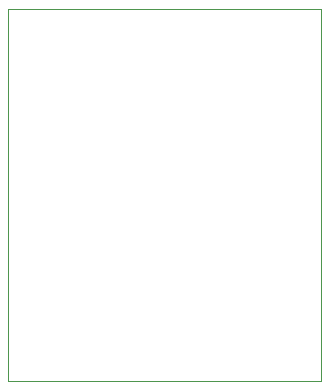
<source format=gbr>
%TF.GenerationSoftware,KiCad,Pcbnew,9.0.6+dfsg-1*%
%TF.CreationDate,2025-12-07T22:35:32+03:00*%
%TF.ProjectId,Custom_STM32F04,43757374-6f6d-45f5-9354-4d3332463034,1*%
%TF.SameCoordinates,Original*%
%TF.FileFunction,Profile,NP*%
%FSLAX46Y46*%
G04 Gerber Fmt 4.6, Leading zero omitted, Abs format (unit mm)*
G04 Created by KiCad (PCBNEW 9.0.6+dfsg-1) date 2025-12-07 22:35:32*
%MOMM*%
%LPD*%
G01*
G04 APERTURE LIST*
%TA.AperFunction,Profile*%
%ADD10C,0.050000*%
%TD*%
G04 APERTURE END LIST*
D10*
X149500000Y-76500000D02*
X176000000Y-76500000D01*
X176000000Y-108000000D01*
X149500000Y-108000000D01*
X149500000Y-76500000D01*
M02*

</source>
